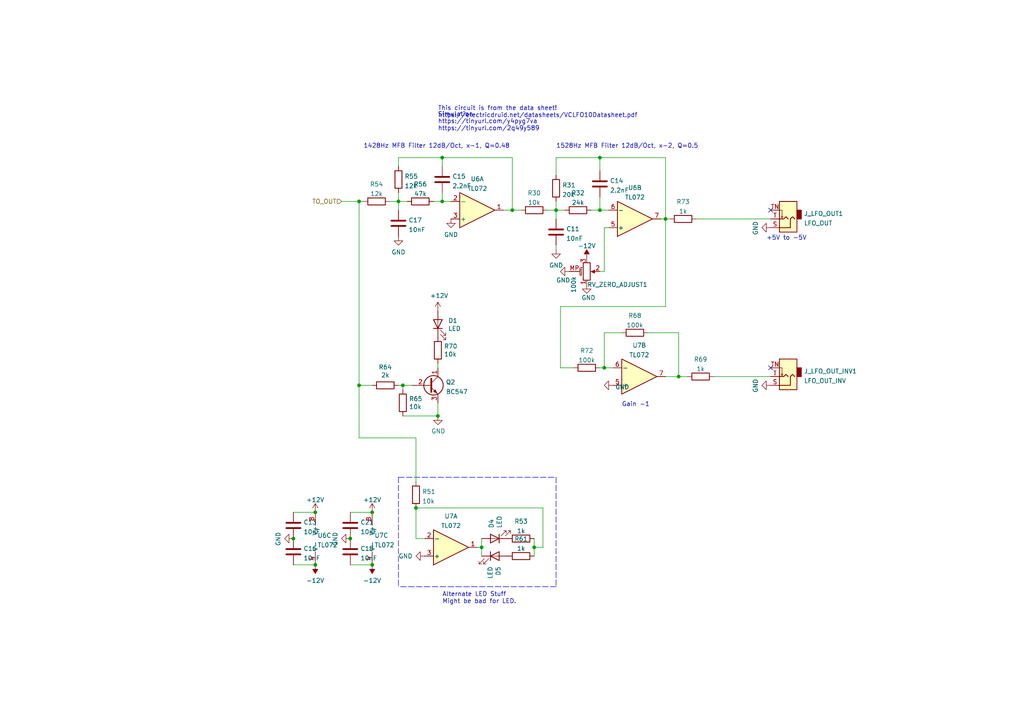
<source format=kicad_sch>
(kicad_sch (version 20211123) (generator eeschema)
  (paper "A4")
  (title_block (title "VCLFO10") (date "2022-06-29") (rev "1.0") (company "RobotDialogs"))
  (lib_symbols
    (symbol "Amplifier_Operational:TL072" (pin_names (offset 0.127))
      (property "Reference" "U" (at 0 5.08 0))
      (property "Value" "TL072" (at 0 -5.08 0))
      (symbol "TL072_1_1"
        (polyline (pts (xy -5.08 5.08) (xy 5.08 0) (xy -5.08 -5.08) (xy -5.08 5.08)) (stroke (width 0.254)) (fill (type background)))
        (pin output line (at 7.62 0 180) (length 2.54) (name "~") (number "1"))
        (pin input line (at -7.62 -2.54 0) (length 2.54) (name "-") (number "2"))
        (pin input line (at -7.62 2.54 0) (length 2.54) (name "+") (number "3"))
      )
      (symbol "TL072_2_1"
        (polyline (pts (xy -5.08 5.08) (xy 5.08 0) (xy -5.08 -5.08) (xy -5.08 5.08)) (stroke (width 0.254)) (fill (type background)))
        (pin input line (at -7.62 2.54 0) (length 2.54) (name "+") (number "5"))
        (pin input line (at -7.62 -2.54 0) (length 2.54) (name "-") (number "6"))
        (pin output line (at 7.62 0 180) (length 2.54) (name "~") (number "7"))
      )
      (symbol "TL072_3_1"
        (pin power_in line (at -2.54 -7.62 90) (length 3.81) (name "V-") (number "4"))
        (pin power_in line (at -2.54 7.62 270) (length 3.81) (name "V+") (number "8"))
      )
    )
    (symbol "Connector:AudioJack2_SwitchT"
      (property "Reference" "J" (at 0 8.89 0))
      (property "Value" "AudioJack2_SwitchT" (at 0 6.35 0))
      (symbol "AudioJack2_SwitchT_0_1"
        (rectangle (start -2.54 0) (end -3.81 -2.54) (stroke (width 0.254)) (fill (type outline)))
        (polyline (pts (xy 1.778 -0.254) (xy 2.032 -0.762)))
        (polyline (pts (xy 0 0) (xy 0.635 -0.635) (xy 1.27 0) (xy 2.54 0)) (stroke (width 0.254)))
        (polyline (pts (xy 2.54 -2.54) (xy 1.778 -2.54) (xy 1.778 -0.254) (xy 1.524 -0.762)))
        (polyline (pts (xy 2.54 2.54) (xy -0.635 2.54) (xy -0.635 0) (xy -1.27 -0.635) (xy -1.905 0)) (stroke (width 0.254)))
        (rectangle (start 2.54 3.81) (end -2.54 -5.08) (stroke (width 0.254)) (fill (type background)))
      )
      (symbol "AudioJack2_SwitchT_1_1"
        (pin passive line (at 5.08 2.54 180) (length 2.54) (name "~") (number "S"))
        (pin passive line (at 5.08 0 180) (length 2.54) (name "~") (number "T"))
        (pin passive line (at 5.08 -2.54 180) (length 2.54) (name "~") (number "TN"))
      )
    )
    (symbol "Device:C" (pin_numbers hide) (pin_names (offset 0.254))
      (property "Reference" "C" (at 0.635 2.54 0))
      (property "Value" "C" (at 0.635 -2.54 0))
      (symbol "C_0_1"
        (polyline (pts (xy -2.032 -0.762) (xy 2.032 -0.762)) (stroke (width 0.508)))
        (polyline (pts (xy -2.032 0.762) (xy 2.032 0.762)) (stroke (width 0.508)))
      )
      (symbol "C_1_1"
        (pin passive line (at 0 3.81 270) (length 2.794) (name "~") (number "1"))
        (pin passive line (at 0 -3.81 90) (length 2.794) (name "~") (number "2"))
      )
    )
    (symbol "Device:LED" (pin_numbers hide) (pin_names (offset 1.016) hide)
      (property "Reference" "D" (at 0 2.54 0))
      (property "Value" "LED" (at 0 -2.54 0))
      (symbol "LED_0_1"
        (polyline (pts (xy -1.27 -1.27) (xy -1.27 1.27)) (stroke (width 0.254)))
        (polyline (pts (xy -1.27 0) (xy 1.27 0)))
        (polyline (pts (xy 1.27 -1.27) (xy 1.27 1.27) (xy -1.27 0) (xy 1.27 -1.27)) (stroke (width 0.254)))
        (polyline (pts (xy -3.048 -0.762) (xy -4.572 -2.286) (xy -3.81 -2.286) (xy -4.572 -2.286) (xy -4.572 -1.524)))
        (polyline (pts (xy -1.778 -0.762) (xy -3.302 -2.286) (xy -2.54 -2.286) (xy -3.302 -2.286) (xy -3.302 -1.524)))
      )
      (symbol "LED_1_1"
        (pin passive line (at -3.81 0 0) (length 2.54) (name "K") (number "1"))
        (pin passive line (at 3.81 0 180) (length 2.54) (name "A") (number "2"))
      )
    )
    (symbol "Device:R" (pin_numbers hide) (pin_names (offset 0))
      (property "Reference" "R" (at 2.032 0 90))
      (property "Value" "R" (at 0 0 90))
      (symbol "R_0_1"
        (rectangle (start -1.016 -2.54) (end 1.016 2.54) (stroke (width 0.254)))
      )
      (symbol "R_1_1"
        (pin passive line (at 0 3.81 270) (length 1.27) (name "~") (number "1"))
        (pin passive line (at 0 -3.81 90) (length 1.27) (name "~") (number "2"))
      )
    )
    (symbol "Device:R_Potentiometer_MountingPin" (pin_names (offset 1.016) hide)
      (property "Reference" "RV" (at -8.255 0 90))
      (property "Value" "R_Potentiometer_MountingPin" (at -6.35 0 90))
      (symbol "R_Potentiometer_MountingPin_0_1"
        (polyline (pts (xy 2.54 0) (xy 1.524 0)))
        (polyline (pts (xy 1.143 0) (xy 2.286 0.508) (xy 2.286 -0.508)) (fill (type outline)))
        (rectangle (start 1.016 2.54) (end -1.016 -2.54) (stroke (width 0.254)))
      )
      (symbol "R_Potentiometer_MountingPin_1_1"
        (polyline (pts (xy -2.032 1.016) (xy -2.032 -1.016)) (stroke (width 0.1524)))
        (text "Mounting" (at -1.651 0 900) (effects (font (size 0.381 0.381))))
        (pin passive line (at 0 3.81 270) (length 1.27) (name "1") (number "1"))
        (pin passive line (at 3.81 0 180) (length 1.27) (name "2") (number "2"))
        (pin passive line (at 0 -3.81 90) (length 1.27) (name "3") (number "3"))
        (pin passive line (at -5.08 0 0) (length 3.048) (name "MountPin") (number "MP"))
      )
    )
    (symbol "Transistor_BJT:BC547" (pin_names (offset 0) hide)
      (property "Reference" "Q" (at 5.08 1.905 0))
      (property "Value" "BC547" (at 5.08 0 0))
      (symbol "BC547_0_1"
        (polyline (pts (xy 0 0) (xy 0.635 0)))
        (polyline (pts (xy 0.635 0.635) (xy 2.54 2.54)))
        (polyline (pts (xy 0.635 -0.635) (xy 2.54 -2.54) (xy 2.54 -2.54)))
        (polyline (pts (xy 0.635 1.905) (xy 0.635 -1.905) (xy 0.635 -1.905)) (stroke (width 0.508)))
        (polyline (pts (xy 1.27 -1.778) (xy 1.778 -1.27) (xy 2.286 -2.286) (xy 1.27 -1.778) (xy 1.27 -1.778)) (fill (type outline)))
        (circle (center 1.27 0) (radius 2.8194) (stroke (width 0.254)))
      )
      (symbol "BC547_1_1"
        (pin passive line (at 2.54 5.08 270) (length 2.54) (name "C") (number "1"))
        (pin input line (at -5.08 0 0) (length 5.08) (name "B") (number "2"))
        (pin passive line (at 2.54 -5.08 90) (length 2.54) (name "E") (number "3"))
      )
    )
    (symbol "power:+12V" (power) (pin_names (offset 0))
      (property "Value" "+12V" (at 0 3.556 0))
      (symbol "+12V_0_1"
        (polyline (pts (xy -0.762 1.27) (xy 0 2.54)))
        (polyline (pts (xy 0 0) (xy 0 2.54)))
        (polyline (pts (xy 0 2.54) (xy 0.762 1.27)))
      )
      (symbol "+12V_1_1"
        (pin power_in line (at 0 0 90) (length 0) hide (name "+12V") (number "1"))
      )
    )
    (symbol "power:-12V" (power) (pin_names (offset 0))
      (property "Value" "-12V" (at 0 3.81 0))
      (symbol "-12V_0_0"
        (pin power_in line (at 0 0 90) (length 0) hide (name "-12V") (number "1"))
      )
      (symbol "-12V_0_1"
        (polyline (pts (xy 0 0) (xy 0 1.27) (xy 0.762 1.27) (xy 0 2.54) (xy -0.762 1.27) (xy 0 1.27)) (fill (type outline)))
      )
    )
    (symbol "power:GND" (power) (pin_names (offset 0))
      (property "Value" "GND" (at 0 -3.81 0))
      (symbol "GND_0_1"
        (polyline (pts (xy 0 0) (xy 0 -1.27) (xy 1.27 -1.27) (xy 0 -2.54) (xy -1.27 -1.27) (xy 0 -1.27)))
      )
      (symbol "GND_1_1"
        (pin power_in line (at 0 0 270) (length 0) hide (name "GND") (number "1"))
      )
    )
  )
  (junction (at 107.95 163.83))
  (junction (at 139.7 158.75))
  (junction (at 115.57 58.42))
  (junction (at 116.84 111.76))
  (junction (at 196.85 109.22))
  (junction (at 104.14 111.76))
  (junction (at 127 120.65))
  (junction (at 175.26 106.68))
  (junction (at 120.65 147.32))
  (junction (at 193.04 63.5))
  (junction (at 91.44 163.83))
  (junction (at 173.99 60.96))
  (junction (at 85.09 156.21))
  (junction (at 107.95 148.59))
  (junction (at 101.6 156.21))
  (junction (at 128.27 58.42))
  (junction (at 91.44 148.59))
  (junction (at 161.29 60.96))
  (junction (at 128.27 45.72))
  (junction (at 104.14 58.42))
  (junction (at 173.99 45.72))
  (junction (at 148.59 60.96))
  (junction (at 154.94 158.75))
  (no_connect (at 223.52 60.96))
  (no_connect (at 223.52 106.68))
  (wire (pts (xy 125.73 58.42) (xy 128.27 58.42)))
  (wire (pts (xy 162.56 106.68) (xy 166.37 106.68)))
  (wire (pts (xy 127 105.41) (xy 127 106.68)))
  (wire (pts (xy 85.09 163.83) (xy 91.44 163.83)))
  (wire (pts (xy 201.93 63.5) (xy 223.52 63.5)))
  (polyline (pts (xy 115.57 138.43) (xy 115.57 170.18)))
  (wire (pts (xy 116.84 111.76) (xy 119.38 111.76)))
  (wire (pts (xy 120.65 156.21) (xy 120.65 147.32)))
  (wire (pts (xy 104.14 58.42) (xy 105.41 58.42)))
  (wire (pts (xy 193.04 109.22) (xy 196.85 109.22)))
  (wire (pts (xy 120.65 147.32) (xy 157.48 147.32)))
  (wire (pts (xy 191.77 63.5) (xy 193.04 63.5)))
  (wire (pts (xy 115.57 58.42) (xy 115.57 60.96)))
  (wire (pts (xy 148.59 60.96) (xy 148.59 45.72)))
  (wire (pts (xy 101.6 163.83) (xy 107.95 163.83)))
  (polyline (pts (xy 161.29 170.18) (xy 115.57 170.18)))
  (wire (pts (xy 154.94 158.75) (xy 157.48 158.75)))
  (wire (pts (xy 120.65 139.7) (xy 120.65 127)))
  (wire (pts (xy 173.99 45.72) (xy 193.04 45.72)))
  (wire (pts (xy 196.85 96.52) (xy 187.96 96.52)))
  (wire (pts (xy 115.57 58.42) (xy 118.11 58.42)))
  (wire (pts (xy 115.57 48.26) (xy 115.57 45.72)))
  (wire (pts (xy 115.57 111.76) (xy 116.84 111.76)))
  (wire (pts (xy 107.95 111.76) (xy 104.14 111.76)))
  (wire (pts (xy 157.48 158.75) (xy 157.48 147.32)))
  (wire (pts (xy 162.56 88.9) (xy 193.04 88.9)))
  (polyline (pts (xy 161.29 138.43) (xy 161.29 170.18)))
  (wire (pts (xy 199.39 109.22) (xy 196.85 109.22)))
  (wire (pts (xy 173.99 45.72) (xy 173.99 49.53)))
  (wire (pts (xy 173.99 60.96) (xy 176.53 60.96)))
  (wire (pts (xy 115.57 45.72) (xy 128.27 45.72)))
  (wire (pts (xy 161.29 50.8) (xy 161.29 45.72)))
  (wire (pts (xy 154.94 158.75) (xy 154.94 161.29)))
  (wire (pts (xy 101.6 148.59) (xy 107.95 148.59)))
  (polyline (pts (xy 115.57 138.43) (xy 161.29 138.43)))
  (wire (pts (xy 176.53 66.04) (xy 175.26 66.04)))
  (wire (pts (xy 139.7 158.75) (xy 139.7 161.29)))
  (wire (pts (xy 123.19 156.21) (xy 120.65 156.21)))
  (wire (pts (xy 138.43 158.75) (xy 139.7 158.75)))
  (wire (pts (xy 196.85 109.22) (xy 196.85 96.52)))
  (wire (pts (xy 154.94 156.21) (xy 154.94 158.75)))
  (wire (pts (xy 193.04 45.72) (xy 193.04 63.5)))
  (wire (pts (xy 175.26 78.74) (xy 173.99 78.74)))
  (wire (pts (xy 161.29 45.72) (xy 173.99 45.72)))
  (wire (pts (xy 193.04 88.9) (xy 193.04 63.5)))
  (wire (pts (xy 128.27 45.72) (xy 128.27 48.26)))
  (wire (pts (xy 99.06 58.42) (xy 104.14 58.42)))
  (wire (pts (xy 116.84 113.03) (xy 116.84 111.76)))
  (wire (pts (xy 148.59 45.72) (xy 128.27 45.72)))
  (wire (pts (xy 158.75 60.96) (xy 161.29 60.96)))
  (wire (pts (xy 148.59 60.96) (xy 151.13 60.96)))
  (wire (pts (xy 173.99 57.15) (xy 173.99 60.96)))
  (wire (pts (xy 175.26 66.04) (xy 175.26 78.74)))
  (wire (pts (xy 175.26 106.68) (xy 177.8 106.68)))
  (wire (pts (xy 139.7 156.21) (xy 139.7 158.75)))
  (wire (pts (xy 128.27 55.88) (xy 128.27 58.42)))
  (wire (pts (xy 173.99 106.68) (xy 175.26 106.68)))
  (wire (pts (xy 116.84 120.65) (xy 127 120.65)))
  (wire (pts (xy 127 116.84) (xy 127 120.65)))
  (wire (pts (xy 193.04 63.5) (xy 194.31 63.5)))
  (wire (pts (xy 85.09 148.59) (xy 91.44 148.59)))
  (wire (pts (xy 128.27 58.42) (xy 130.81 58.42)))
  (wire (pts (xy 104.14 111.76) (xy 104.14 58.42)))
  (wire (pts (xy 175.26 96.52) (xy 175.26 106.68)))
  (wire (pts (xy 180.34 96.52) (xy 175.26 96.52)))
  (wire (pts (xy 113.03 58.42) (xy 115.57 58.42)))
  (wire (pts (xy 161.29 58.42) (xy 161.29 60.96)))
  (wire (pts (xy 162.56 106.68) (xy 162.56 88.9)))
  (wire (pts (xy 104.14 127) (xy 104.14 111.76)))
  (wire (pts (xy 115.57 55.88) (xy 115.57 58.42)))
  (wire (pts (xy 161.29 60.96) (xy 161.29 63.5)))
  (wire (pts (xy 207.01 109.22) (xy 223.52 109.22)))
  (wire (pts (xy 171.45 60.96) (xy 173.99 60.96)))
  (wire (pts (xy 120.65 127) (xy 104.14 127)))
  (wire (pts (xy 161.29 60.96) (xy 163.83 60.96)))
  (wire (pts (xy 161.29 71.12) (xy 161.29 72.39)))
  (wire (pts (xy 146.05 60.96) (xy 148.59 60.96)))
  (text "1528Hz MFB Filter 12dB/Oct, x-2, Q=0.5" (at 161.29 43.18 0) (effects (font (size 1.27 1.27)) (justify left bottom)))
  (text "Simulation \nhttps://tinyurl.com/y4pyg7va\nhttps://tinyurl.com/2q49y589" (at 127 38.1 0) (effects (font (size 1.27 1.27)) (justify left bottom)))
  (text "1428Hz MFB Filter 12dB/Oct, x-1, Q=0.48\n" (at 105.41 43.18 0) (effects (font (size 1.27 1.27)) (justify left bottom)))
  (text "+5V to -5V\n" (at 222.25 69.85 0) (effects (font (size 1.27 1.27)) (justify left bottom)))
  (text "This circuit is from the data sheet!\nhttps://electricdruid.net/datasheets/VCLFO10Datasheet.pdf" (at 127 34.29 0) (effects (font (size 1.27 1.27)) (justify left bottom)))
  (text "Gain -1" (at 180.34 118.11 0) (effects (font (size 1.27 1.27)) (justify left bottom)))
  (text "Alternate LED Stuff\nMight be bad for LED." (at 128.27 175.26 0) (effects (font (size 1.27 1.27)) (justify left bottom)))
  (hierarchical_label "TO_OUT" (shape input) (at 99.06 58.42 180))
  (symbol (lib_id "power:GND") (at 123.19 161.29 270) (unit 1)
    (property "Reference" "#PWR04" (effects hide))
    (property "Value" "GND" (at 115.57 161.29 90) (effects (justify left)))
  )
  (symbol (lib_id "Device:R") (at 167.64 60.96 90) (unit 1)
    (property "Reference" "R32" (at 167.64 55.9775 90))
    (property "Value" "24k" (at 167.64 58.7526 90))
    (property "Footprint" "Resistor_SMD:R_1206_3216Metric_Pad1.30x1.75mm_HandSolder" (effects hide))
  )
  (symbol (lib_id "Device:R") (at 154.94 60.96 90) (unit 1)
    (property "Reference" "R30" (at 154.94 55.9775 90))
    (property "Value" "10k" (at 154.94 58.7526 90))
    (property "Footprint" "Resistor_SMD:R_1206_3216Metric_Pad1.30x1.75mm_HandSolder" (effects hide))
  )
  (symbol (lib_id "power:GND") (at 165.1 78.74 270) (unit 1)
    (property "Reference" "#PWR06" (effects hide))
    (property "Value" "GND" (at 161.29 81.28 90) (effects (justify left)))
  )
  (symbol (lib_id "Connector:AudioJack2_SwitchT") (at 228.6 63.5 180) (unit 1)
    (property "Reference" "J_LFO_OUT1" (at 233.172 61.9565 0) (effects (justify right)))
    (property "Value" "LFO_OUT" (at 233.172 64.7316 0) (effects (justify right)))
    (property "Footprint" "My Stuff:Jack_3.5mm_MJ-355W_and_PJ398SM_Vertical" (effects hide))
  )
  (symbol (lib_id "Device:R") (at 109.22 58.42 90) (unit 1)
    (property "Reference" "R54" (at 109.22 53.4375 90))
    (property "Value" "12k" (at 109.22 56.2126 90))
    (property "Footprint" "Resistor_SMD:R_1206_3216Metric_Pad1.30x1.75mm_HandSolder" (effects hide))
  )
  (symbol (lib_id "Device:R") (at 151.13 156.21 90) (unit 1)
    (property "Reference" "R53" (at 151.13 151.2275 90))
    (property "Value" "1k" (at 151.13 154.0026 90))
    (property "Footprint" "Resistor_SMD:R_1206_3216Metric_Pad1.30x1.75mm_HandSolder" (effects hide))
  )
  (symbol (lib_id "Device:R") (at 121.92 58.42 90) (unit 1)
    (property "Reference" "R56" (at 121.92 53.4375 90))
    (property "Value" "47k" (at 121.92 56.2126 90))
    (property "Footprint" "Resistor_SMD:R_1206_3216Metric_Pad1.30x1.75mm_HandSolder" (effects hide))
  )
  (symbol (lib_id "power:+12V") (at 91.44 148.59 0) (unit 1)
    (property "Reference" "#PWR0139" (effects hide))
    (property "Value" "+12V" (at 91.44 144.9855 0))
  )
  (symbol (lib_id "power:GND") (at 85.09 156.21 270) (unit 1)
    (property "Reference" "#PWR062" (effects hide))
    (property "Value" "GND" (at 80.6958 156.337 0))
  )
  (symbol (lib_id "power:GND") (at 127 120.65 0) (unit 1)
    (property "Reference" "#PWR051" (effects hide))
    (property "Value" "GND" (at 127.127 125.0442 0))
  )
  (symbol (lib_id "Device:R") (at 151.13 161.29 90) (unit 1)
    (property "Reference" "R61" (at 151.13 156.3075 90))
    (property "Value" "1k" (at 151.13 159.0826 90))
    (property "Footprint" "Resistor_SMD:R_1206_3216Metric_Pad1.30x1.75mm_HandSolder" (effects hide))
  )
  (symbol (lib_id "Device:R") (at 120.65 143.51 180) (unit 1)
    (property "Reference" "R51" (at 122.428 142.6015 0) (effects (justify right)))
    (property "Value" "10k" (at 122.428 145.3766 0) (effects (justify right)))
    (property "Footprint" "Resistor_SMD:R_1206_3216Metric_Pad1.30x1.75mm_HandSolder" (effects hide))
  )
  (symbol (lib_id "power:-12V") (at 170.18 74.93 0) (unit 1)
    (property "Reference" "#PWR0135" (effects hide))
    (property "Value" "-12V" (at 170.18 71.3255 0))
  )
  (symbol (lib_id "Device:R_Potentiometer_MountingPin") (at 170.18 78.74 0) (mirror x) (unit 1)
    (property "Reference" "RV_ZERO_ADJUST1" (at 179.07 82.55 0))
    (property "Value" "100k" (at 166.37 82.55 90))
    (property "Footprint" "My Stuff:Potentiometer_Alpha_RD901F-40-00D_Single_Vertical_w_3d" (effects hide))
  )
  (symbol (lib_id "Transistor_BJT:BC547") (at 124.46 111.76 0) (unit 1)
    (property "Reference" "Q2" (at 129.3114 110.8515 0) (effects (justify left)))
    (property "Value" "BC547" (at 129.3114 113.6266 0) (effects (justify left)))
    (property "Footprint" "Package_TO_SOT_THT:TO-92_Inline_Wide" (effects hide))
    (property "Datasheet" "https://www.onsemi.com/pub/Collateral/BC550-D.pdf" (effects hide))
  )
  (symbol (lib_id "power:GND") (at 115.57 68.58 0) (unit 1)
    (property "Reference" "#PWR0138" (effects hide))
    (property "Value" "GND" (at 115.57 73.1425 0))
  )
  (symbol (lib_id "Device:C") (at 173.99 53.34 0) (unit 1)
    (property "Reference" "C14" (at 176.911 52.4315 0) (effects (justify left)))
    (property "Value" "2.2nF" (at 176.911 55.2066 0) (effects (justify left)))
    (property "Footprint" "Capacitor_SMD:C_1206_3216Metric_Pad1.33x1.80mm_HandSolder" (effects hide))
  )
  (symbol (lib_id "Device:C") (at 101.6 160.02 0) (unit 1)
    (property "Reference" "C18" (at 104.521 159.1115 0) (effects (justify left)))
    (property "Value" "10nF" (at 104.521 161.8866 0) (effects (justify left)))
    (property "Footprint" "Capacitor_SMD:C_1206_3216Metric_Pad1.33x1.80mm_HandSolder" (effects hide))
  )
  (symbol (lib_id "Connector:AudioJack2_SwitchT") (at 228.6 109.22 180) (unit 1)
    (property "Reference" "J_LFO_OUT_INV1" (at 233.172 107.6765 0) (effects (justify right)))
    (property "Value" "LFO_OUT_INV" (at 233.172 110.4516 0) (effects (justify right)))
    (property "Footprint" "My Stuff:Jack_3.5mm_MJ-355W_and_PJ398SM_Vertical" (effects hide))
  )
  (symbol (lib_id "Device:R") (at 198.12 63.5 90) (unit 1)
    (property "Reference" "R73" (at 198.12 58.5175 90))
    (property "Value" "1k" (at 198.12 61.2926 90))
    (property "Footprint" "Resistor_SMD:R_1206_3216Metric_Pad1.30x1.75mm_HandSolder" (effects hide))
  )
  (symbol (lib_id "Device:C") (at 161.29 67.31 0) (unit 1)
    (property "Reference" "C11" (at 164.211 66.4015 0) (effects (justify left)))
    (property "Value" "10nF" (at 164.211 69.1766 0) (effects (justify left)))
    (property "Footprint" "Capacitor_SMD:C_1206_3216Metric_Pad1.33x1.80mm_HandSolder" (effects hide))
  )
  (symbol (lib_id "Device:R") (at 116.84 116.84 0) (unit 1)
    (property "Reference" "R65" (at 118.618 115.6716 0) (effects (justify left)))
    (property "Value" "10k" (at 118.618 117.983 0) (effects (justify left)))
    (property "Footprint" "Resistor_SMD:R_1206_3216Metric_Pad1.30x1.75mm_HandSolder" (effects hide))
  )
  (symbol (lib_id "Device:R") (at 111.76 111.76 270) (unit 1)
    (property "Reference" "R64" (at 111.76 106.5022 90))
    (property "Value" "2k" (at 111.76 108.8136 90))
    (property "Footprint" "Resistor_SMD:R_1206_3216Metric_Pad1.30x1.75mm_HandSolder" (effects hide))
  )
  (symbol (lib_id "Device:R") (at 115.57 52.07 180) (unit 1)
    (property "Reference" "R55" (at 117.348 51.1615 0) (effects (justify right)))
    (property "Value" "12k" (at 117.348 53.9366 0) (effects (justify right)))
    (property "Footprint" "Resistor_SMD:R_1206_3216Metric_Pad1.30x1.75mm_HandSolder" (effects hide))
  )
  (symbol (lib_id "Device:LED") (at 143.51 156.21 180) (unit 1)
    (property "Reference" "D4" (at 142.5194 153.2128 90) (effects (justify right)))
    (property "Value" "LED" (at 144.8308 153.2128 90) (effects (justify right)))
    (property "Footprint" "Connector_PinHeader_2.54mm:PinHeader_1x02_P2.54mm_Vertical" (effects hide))
  )
  (symbol (lib_id "power:GND") (at 223.52 66.04 270) (unit 1)
    (property "Reference" "#PWR05" (effects hide))
    (property "Value" "GND" (at 219.1258 66.167 0))
  )
  (symbol (lib_id "power:GND") (at 161.29 72.39 0) (unit 1)
    (property "Reference" "#PWR0134" (effects hide))
    (property "Value" "GND" (at 161.29 76.9525 0))
  )
  (symbol (lib_id "Device:LED") (at 143.51 161.29 0) (unit 1)
    (property "Reference" "D5" (at 144.5006 164.2872 90) (effects (justify right)))
    (property "Value" "LED" (at 142.1892 164.2872 90) (effects (justify right)))
    (property "Footprint" "Connector_PinHeader_2.54mm:PinHeader_1x02_P2.54mm_Vertical" (effects hide))
  )
  (symbol (lib_id "Device:R") (at 127 101.6 0) (unit 1)
    (property "Reference" "R70" (at 128.778 100.4316 0) (effects (justify left)))
    (property "Value" "10k" (at 128.778 102.743 0) (effects (justify left)))
    (property "Footprint" "Resistor_SMD:R_1206_3216Metric_Pad1.30x1.75mm_HandSolder" (effects hide))
  )
  (symbol (lib_id "power:GND") (at 130.81 63.5 0) (unit 1)
    (property "Reference" "#PWR0137" (effects hide))
    (property "Value" "GND" (at 130.81 68.0625 0))
  )
  (symbol (lib_id "power:GND") (at 223.52 111.76 270) (unit 1)
    (property "Reference" "#PWR018" (effects hide))
    (property "Value" "GND" (at 219.1258 111.887 0))
  )
  (symbol (lib_id "Amplifier_Operational:TL072") (at 185.42 109.22 0) (mirror x) (unit 2)
    (property "Reference" "U7" (at 185.42 100.1735 0))
    (property "Value" "TL072" (at 185.42 102.9486 0))
    (property "Footprint" "Package_DIP:DIP-8_W7.62mm_Socket_LongPads" (effects hide))
    (property "Datasheet" "http://www.ti.com/lit/ds/symlink/tl071.pdf" (effects hide))
  )
  (symbol (lib_id "Device:C") (at 128.27 52.07 0) (unit 1)
    (property "Reference" "C15" (at 131.191 51.1615 0) (effects (justify left)))
    (property "Value" "2.2nF" (at 131.191 53.9366 0) (effects (justify left)))
    (property "Footprint" "Capacitor_SMD:C_1206_3216Metric_Pad1.33x1.80mm_HandSolder" (effects hide))
  )
  (symbol (lib_id "Device:R") (at 184.15 96.52 90) (unit 1)
    (property "Reference" "R68" (at 184.15 91.5375 90))
    (property "Value" "100k" (at 184.15 94.3126 90))
    (property "Footprint" "Resistor_SMD:R_1206_3216Metric_Pad1.30x1.75mm_HandSolder" (effects hide))
  )
  (symbol (lib_id "power:-12V") (at 91.44 163.83 180) (unit 1)
    (property "Reference" "#PWR0140" (effects hide))
    (property "Value" "-12V" (at 91.44 168.3925 0))
  )
  (symbol (lib_id "power:GND") (at 177.8 111.76 270) (unit 1)
    (property "Reference" "#PWR050" (effects hide))
    (property "Value" "GND" (at 178.435 112.239 90) (effects (justify left)))
  )
  (symbol (lib_id "Device:C") (at 85.09 160.02 0) (unit 1)
    (property "Reference" "C16" (at 88.011 159.1115 0) (effects (justify left)))
    (property "Value" "10nF" (at 88.011 161.8866 0) (effects (justify left)))
    (property "Footprint" "Capacitor_SMD:C_1206_3216Metric_Pad1.33x1.80mm_HandSolder" (effects hide))
  )
  (symbol (lib_id "Device:C") (at 101.6 152.4 0) (unit 1)
    (property "Reference" "C21" (at 104.521 151.4915 0) (effects (justify left)))
    (property "Value" "10nF" (at 104.521 154.2666 0) (effects (justify left)))
    (property "Footprint" "Capacitor_SMD:C_1206_3216Metric_Pad1.33x1.80mm_HandSolder" (effects hide))
  )
  (symbol (lib_id "Device:C") (at 85.09 152.4 0) (unit 1)
    (property "Reference" "C13" (at 88.011 151.4915 0) (effects (justify left)))
    (property "Value" "10nF" (at 88.011 154.2666 0) (effects (justify left)))
    (property "Footprint" "Capacitor_SMD:C_1206_3216Metric_Pad1.33x1.80mm_HandSolder" (effects hide))
  )
  (symbol (lib_id "Device:R") (at 161.29 54.61 180) (unit 1)
    (property "Reference" "R31" (at 163.068 53.7015 0) (effects (justify right)))
    (property "Value" "20k" (at 163.068 56.4766 0) (effects (justify right)))
    (property "Footprint" "Resistor_SMD:R_1206_3216Metric_Pad1.30x1.75mm_HandSolder" (effects hide))
  )
  (symbol (lib_id "Device:LED") (at 127 93.98 90) (unit 1)
    (property "Reference" "D1" (at 129.9972 92.9894 90) (effects (justify right)))
    (property "Value" "LED" (at 129.9972 95.3008 90) (effects (justify right)))
    (property "Footprint" "Connector_PinHeader_2.54mm:PinHeader_1x02_P2.54mm_Vertical" (effects hide))
  )
  (symbol (lib_id "Amplifier_Operational:TL072") (at 130.81 158.75 0) (mirror x) (unit 1)
    (property "Reference" "U7" (at 130.81 149.7035 0))
    (property "Value" "TL072" (at 130.81 152.4786 0))
    (property "Footprint" "Package_DIP:DIP-8_W7.62mm_Socket_LongPads" (effects hide))
    (property "Datasheet" "http://www.ti.com/lit/ds/symlink/tl071.pdf" (effects hide))
  )
  (symbol (lib_id "Device:C") (at 115.57 64.77 0) (unit 1)
    (property "Reference" "C17" (at 118.491 63.8615 0) (effects (justify left)))
    (property "Value" "10nF" (at 118.491 66.6366 0) (effects (justify left)))
    (property "Footprint" "Capacitor_SMD:C_1206_3216Metric_Pad1.33x1.80mm_HandSolder" (effects hide))
  )
  (symbol (lib_id "power:+12V") (at 107.95 148.59 0) (unit 1)
    (property "Reference" "#PWR01" (effects hide))
    (property "Value" "+12V" (at 107.95 144.9855 0))
  )
  (symbol (lib_id "Amplifier_Operational:TL072") (at 110.49 156.21 0) (unit 3)
    (property "Reference" "U7" (at 108.585 155.3015 0) (effects (justify left)))
    (property "Value" "TL072" (at 108.585 158.0766 0) (effects (justify left)))
    (property "Footprint" "Package_DIP:DIP-8_W7.62mm_Socket_LongPads" (effects hide))
    (property "Datasheet" "http://www.ti.com/lit/ds/symlink/tl071.pdf" (effects hide))
  )
  (symbol (lib_id "Amplifier_Operational:TL072") (at 93.98 156.21 0) (unit 3)
    (property "Reference" "U6" (at 92.075 155.3015 0) (effects (justify left)))
    (property "Value" "TL072" (at 92.075 158.0766 0) (effects (justify left)))
    (property "Footprint" "Package_DIP:DIP-8_W7.62mm_Socket_LongPads" (effects hide))
    (property "Datasheet" "http://www.ti.com/lit/ds/symlink/tl071.pdf" (effects hide))
  )
  (symbol (lib_id "power:GND") (at 170.18 82.55 0) (unit 1)
    (property "Reference" "#PWR0136" (effects hide))
    (property "Value" "GND" (at 172.72 86.36 0) (effects (justify right)))
  )
  (symbol (lib_id "Amplifier_Operational:TL072") (at 138.43 60.96 0) (mirror x) (unit 1)
    (property "Reference" "U6" (at 138.43 51.9135 0))
    (property "Value" "TL072" (at 138.43 54.6886 0))
    (property "Footprint" "Package_DIP:DIP-8_W7.62mm_Socket_LongPads" (effects hide))
    (property "Datasheet" "http://www.ti.com/lit/ds/symlink/tl071.pdf" (effects hide))
  )
  (symbol (lib_id "power:-12V") (at 107.95 163.83 180) (unit 1)
    (property "Reference" "#PWR02" (effects hide))
    (property "Value" "-12V" (at 107.95 168.3925 0))
  )
  (symbol (lib_id "Device:R") (at 203.2 109.22 90) (unit 1)
    (property "Reference" "R69" (at 203.2 104.2375 90))
    (property "Value" "1k" (at 203.2 107.0126 90))
    (property "Footprint" "Resistor_SMD:R_1206_3216Metric_Pad1.30x1.75mm_HandSolder" (effects hide))
  )
  (symbol (lib_id "power:+12V") (at 127 90.17 0) (unit 1)
    (property "Reference" "#PWR03" (effects hide))
    (property "Value" "+12V" (at 127.381 85.7758 0))
  )
  (symbol (lib_id "Device:R") (at 170.18 106.68 90) (unit 1)
    (property "Reference" "R72" (at 170.18 101.6975 90))
    (property "Value" "100k" (at 170.18 104.4726 90))
    (property "Footprint" "Resistor_SMD:R_1206_3216Metric_Pad1.30x1.75mm_HandSolder" (effects hide))
  )
  (symbol (lib_id "power:GND") (at 101.6 156.21 270) (unit 1)
    (property "Reference" "#PWR063" (effects hide))
    (property "Value" "GND" (at 97.2058 156.337 0))
  )
  (symbol (lib_id "Amplifier_Operational:TL072") (at 184.15 63.5 0) (mirror x) (unit 2)
    (property "Reference" "U6" (at 184.15 54.4535 0))
    (property "Value" "TL072" (at 184.15 57.2286 0))
    (property "Footprint" "Package_DIP:DIP-8_W7.62mm_Socket_LongPads" (effects hide))
    (property "Datasheet" "http://www.ti.com/lit/ds/symlink/tl071.pdf" (effects hide))
  )
)
</source>
